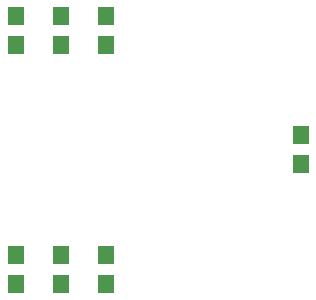
<source format=gtp>
G04 #@! TF.GenerationSoftware,KiCad,Pcbnew,(5.1.2)-1*
G04 #@! TF.CreationDate,2019-05-13T04:19:41-07:00*
G04 #@! TF.ProjectId,triumph_power,74726975-6d70-4685-9f70-6f7765722e6b,A*
G04 #@! TF.SameCoordinates,Original*
G04 #@! TF.FileFunction,Paste,Top*
G04 #@! TF.FilePolarity,Positive*
%FSLAX46Y46*%
G04 Gerber Fmt 4.6, Leading zero omitted, Abs format (unit mm)*
G04 Created by KiCad (PCBNEW (5.1.2)-1) date 2019-05-13 04:19:41*
%MOMM*%
%LPD*%
G04 APERTURE LIST*
%ADD10R,1.400000X1.550000*%
G04 APERTURE END LIST*
D10*
X140970000Y-100330000D03*
X140970000Y-97880000D03*
X157480000Y-110400000D03*
X157480000Y-107950000D03*
X140970000Y-120560000D03*
X140970000Y-118110000D03*
X137160000Y-100330000D03*
X137160000Y-97880000D03*
X137160000Y-120560000D03*
X137160000Y-118110000D03*
X133350000Y-100330000D03*
X133350000Y-97880000D03*
X133350000Y-120560000D03*
X133350000Y-118110000D03*
M02*

</source>
